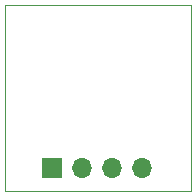
<source format=gbr>
%TF.GenerationSoftware,KiCad,Pcbnew,6.0.11-2627ca5db0~126~ubuntu20.04.1*%
%TF.CreationDate,2023-04-18T12:09:57-05:00*%
%TF.ProjectId,me2188c-slim,6d653231-3838-4632-9d73-6c696d2e6b69,rev?*%
%TF.SameCoordinates,Original*%
%TF.FileFunction,Soldermask,Bot*%
%TF.FilePolarity,Negative*%
%FSLAX46Y46*%
G04 Gerber Fmt 4.6, Leading zero omitted, Abs format (unit mm)*
G04 Created by KiCad (PCBNEW 6.0.11-2627ca5db0~126~ubuntu20.04.1) date 2023-04-18 12:09:57*
%MOMM*%
%LPD*%
G01*
G04 APERTURE LIST*
%TA.AperFunction,Profile*%
%ADD10C,0.100000*%
%TD*%
%ADD11R,1.700000X1.700000*%
%ADD12O,1.700000X1.700000*%
G04 APERTURE END LIST*
D10*
X115700000Y-100000000D02*
X115700000Y-115700000D01*
X100000000Y-100000000D02*
X100000000Y-115700000D01*
X100000000Y-100000000D02*
X115700000Y-100000000D01*
X100000000Y-115700000D02*
X115700000Y-115700000D01*
D11*
%TO.C,J1*%
X103987000Y-113800000D03*
D12*
X106527000Y-113800000D03*
X109067000Y-113800000D03*
X111607000Y-113800000D03*
%TD*%
M02*

</source>
